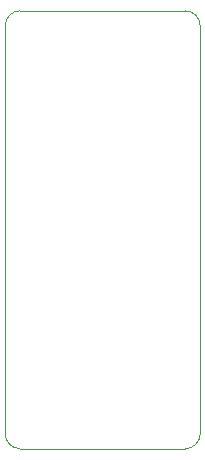
<source format=gbr>
G04 #@! TF.GenerationSoftware,KiCad,Pcbnew,(5.1.2-1)-1*
G04 #@! TF.CreationDate,2019-12-06T11:42:25-08:00*
G04 #@! TF.ProjectId,pixel-stick,70697865-6c2d-4737-9469-636b2e6b6963,rev?*
G04 #@! TF.SameCoordinates,Original*
G04 #@! TF.FileFunction,Profile,NP*
%FSLAX46Y46*%
G04 Gerber Fmt 4.6, Leading zero omitted, Abs format (unit mm)*
G04 Created by KiCad (PCBNEW (5.1.2-1)-1) date 2019-12-06 11:42:25*
%MOMM*%
%LPD*%
G04 APERTURE LIST*
%ADD10C,0.050000*%
G04 APERTURE END LIST*
D10*
X59055000Y-89408000D02*
G75*
G02X57785000Y-90678000I-1270000J0D01*
G01*
X43815000Y-90678000D02*
G75*
G02X42545000Y-89408000I0J1270000D01*
G01*
X42545000Y-54864000D02*
G75*
G02X43815000Y-53594000I1270000J0D01*
G01*
X57785000Y-53594000D02*
G75*
G02X59055000Y-54864000I0J-1270000D01*
G01*
X57785000Y-53594000D02*
X43815000Y-53594000D01*
X59055000Y-89408000D02*
X59055000Y-54864000D01*
X43815000Y-90678000D02*
X57785000Y-90678000D01*
X42545000Y-54864000D02*
X42545000Y-89408000D01*
M02*

</source>
